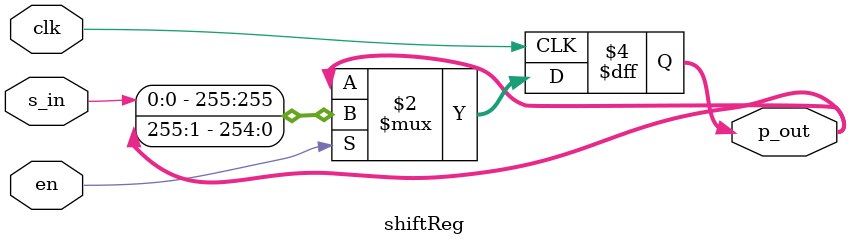
<source format=v>
`timescale 1ns / 1ps


module shiftReg(
    input clk,
    input s_in,
    input en,
    output reg [255:0] p_out
    );
    
    reg [7:0] counter;
    
    always@(posedge clk) begin
        if (en)
            p_out <= {s_in,p_out[255:1]};
    end
        
endmodule

</source>
